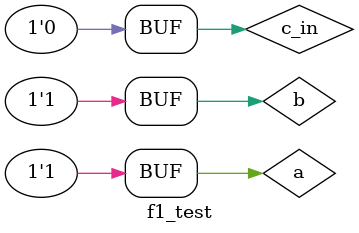
<source format=v>
`timescale 1ns / 1ps


module f1_test;

	// Inputs
	reg a;
	reg b;
	reg c_in;

	// Outputs
	wire s;
	wire c_out;

	// Instantiate the Unit Under Test (UUT)
	full_adder1b uut (
		.a(a), 
		.b(b), 
		.c_in(c_in), 
		.s(s), 
		.c_out(c_out)
	);

	initial begin
		// Initialize Inputs
		a = 1;
		b = 1;
		c_in = 0;

		// Wait 100 ns for global reset to finish
		#100;
        
		// Add stimulus here

	end
      
endmodule


</source>
